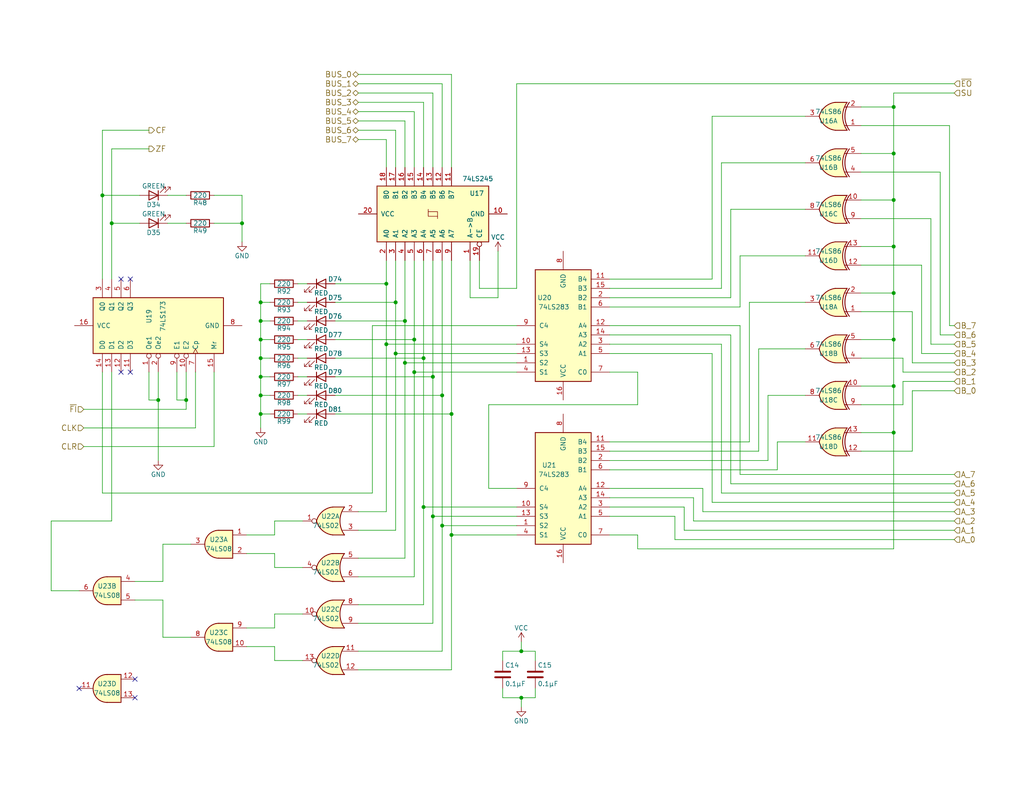
<source format=kicad_sch>
(kicad_sch (version 20211123) (generator eeschema)
  (paper "USLetter")
  (lib_symbols
    (symbol "74xx:74LS02" (pin_names (offset 1.016))
      (property "Reference" "U" (at 0 1.27 0))
      (property "Value" "74LS02" (at 0 -1.27 0))
      (symbol "74LS02_1_1"
        (pin output inverted (at 7.62 0 180) (length 3.81) (name "~") (number "1"))
        (pin input line (at -7.62 2.54 0) (length 4.318) (name "~") (number "2"))
        (pin input line (at -7.62 -2.54 0) (length 4.318) (name "~") (number "3"))
      )
      (symbol "74LS02_1_2"
        (pin output line (at 7.62 0 180) (length 3.81) (name "~") (number "1"))
        (pin input inverted (at -7.62 2.54 0) (length 3.81) (name "~") (number "2"))
        (pin input inverted (at -7.62 -2.54 0) (length 3.81) (name "~") (number "3"))
      )
      (symbol "74LS02_2_1"
        (pin output inverted (at 7.62 0 180) (length 3.81) (name "~") (number "4"))
        (pin input line (at -7.62 2.54 0) (length 4.318) (name "~") (number "5"))
        (pin input line (at -7.62 -2.54 0) (length 4.318) (name "~") (number "6"))
      )
      (symbol "74LS02_2_2"
        (pin output line (at 7.62 0 180) (length 3.81) (name "~") (number "4"))
        (pin input inverted (at -7.62 2.54 0) (length 3.81) (name "~") (number "5"))
        (pin input inverted (at -7.62 -2.54 0) (length 3.81) (name "~") (number "6"))
      )
      (symbol "74LS02_3_1"
        (pin output inverted (at 7.62 0 180) (length 3.81) (name "~") (number "10"))
        (pin input line (at -7.62 2.54 0) (length 4.318) (name "~") (number "8"))
        (pin input line (at -7.62 -2.54 0) (length 4.318) (name "~") (number "9"))
      )
      (symbol "74LS02_3_2"
        (pin output line (at 7.62 0 180) (length 3.81) (name "~") (number "10"))
        (pin input inverted (at -7.62 2.54 0) (length 3.81) (name "~") (number "8"))
        (pin input inverted (at -7.62 -2.54 0) (length 3.81) (name "~") (number "9"))
      )
      (symbol "74LS02_4_1"
        (pin input line (at -7.62 2.54 0) (length 4.318) (name "~") (number "11"))
        (pin input line (at -7.62 -2.54 0) (length 4.318) (name "~") (number "12"))
        (pin output inverted (at 7.62 0 180) (length 3.81) (name "~") (number "13"))
      )
      (symbol "74LS02_4_2"
        (pin input inverted (at -7.62 2.54 0) (length 3.81) (name "~") (number "11"))
        (pin input inverted (at -7.62 -2.54 0) (length 3.81) (name "~") (number "12"))
        (pin output line (at 7.62 0 180) (length 3.81) (name "~") (number "13"))
      )
      (symbol "74LS02_5_0"
        (pin power_in line (at 0 12.7 270) (length 5.08) (name "VCC") (number "14"))
        (pin power_in line (at 0 -12.7 90) (length 5.08) (name "GND") (number "7"))
      )
    )
    (symbol "74xx:74LS08" (pin_names (offset 1.016))
      (property "Reference" "U" (at 0 1.27 0))
      (property "Value" "74LS08" (at 0 -1.27 0))
      (symbol "74LS08_1_1"
        (pin input line (at -7.62 2.54 0) (length 3.81) (name "~") (number "1"))
        (pin input line (at -7.62 -2.54 0) (length 3.81) (name "~") (number "2"))
        (pin output line (at 7.62 0 180) (length 3.81) (name "~") (number "3"))
      )
      (symbol "74LS08_1_2"
        (pin input inverted (at -7.62 2.54 0) (length 4.318) (name "~") (number "1"))
        (pin input inverted (at -7.62 -2.54 0) (length 4.318) (name "~") (number "2"))
        (pin output inverted (at 7.62 0 180) (length 3.81) (name "~") (number "3"))
      )
      (symbol "74LS08_2_1"
        (pin input line (at -7.62 2.54 0) (length 3.81) (name "~") (number "4"))
        (pin input line (at -7.62 -2.54 0) (length 3.81) (name "~") (number "5"))
        (pin output line (at 7.62 0 180) (length 3.81) (name "~") (number "6"))
      )
      (symbol "74LS08_2_2"
        (pin input inverted (at -7.62 2.54 0) (length 4.318) (name "~") (number "4"))
        (pin input inverted (at -7.62 -2.54 0) (length 4.318) (name "~") (number "5"))
        (pin output inverted (at 7.62 0 180) (length 3.81) (name "~") (number "6"))
      )
      (symbol "74LS08_3_1"
        (pin input line (at -7.62 -2.54 0) (length 3.81) (name "~") (number "10"))
        (pin output line (at 7.62 0 180) (length 3.81) (name "~") (number "8"))
        (pin input line (at -7.62 2.54 0) (length 3.81) (name "~") (number "9"))
      )
      (symbol "74LS08_3_2"
        (pin input inverted (at -7.62 -2.54 0) (length 4.318) (name "~") (number "10"))
        (pin output inverted (at 7.62 0 180) (length 3.81) (name "~") (number "8"))
        (pin input inverted (at -7.62 2.54 0) (length 4.318) (name "~") (number "9"))
      )
      (symbol "74LS08_4_1"
        (pin output line (at 7.62 0 180) (length 3.81) (name "~") (number "11"))
        (pin input line (at -7.62 2.54 0) (length 3.81) (name "~") (number "12"))
        (pin input line (at -7.62 -2.54 0) (length 3.81) (name "~") (number "13"))
      )
      (symbol "74LS08_4_2"
        (pin output inverted (at 7.62 0 180) (length 3.81) (name "~") (number "11"))
        (pin input inverted (at -7.62 2.54 0) (length 4.318) (name "~") (number "12"))
        (pin input inverted (at -7.62 -2.54 0) (length 4.318) (name "~") (number "13"))
      )
      (symbol "74LS08_5_0"
        (pin power_in line (at 0 12.7 270) (length 5.08) (name "VCC") (number "14"))
        (pin power_in line (at 0 -12.7 90) (length 5.08) (name "GND") (number "7"))
      )
    )
    (symbol "74xx:74LS173" (pin_names (offset 1.016))
      (property "Reference" "U" (at -7.62 19.05 0))
      (property "Value" "74LS173" (at -7.62 -19.05 0))
      (symbol "74LS173_1_0"
        (pin input inverted (at -12.7 2.54 0) (length 5.08) (name "Oe1") (number "1"))
        (pin input inverted (at -12.7 -7.62 0) (length 5.08) (name "E2") (number "10"))
        (pin input line (at -12.7 7.62 0) (length 5.08) (name "D3") (number "11"))
        (pin input line (at -12.7 10.16 0) (length 5.08) (name "D2") (number "12"))
        (pin input line (at -12.7 12.7 0) (length 5.08) (name "D1") (number "13"))
        (pin input line (at -12.7 15.24 0) (length 5.08) (name "D0") (number "14"))
        (pin input line (at -12.7 -15.24 0) (length 5.08) (name "Mr") (number "15"))
        (pin power_in line (at 0 22.86 270) (length 5.08) (name "VCC") (number "16"))
        (pin input inverted (at -12.7 0 0) (length 5.08) (name "Oe2") (number "2"))
        (pin tri_state line (at 12.7 15.24 180) (length 5.08) (name "Q0") (number "3"))
        (pin tri_state line (at 12.7 12.7 180) (length 5.08) (name "Q1") (number "4"))
        (pin tri_state line (at 12.7 10.16 180) (length 5.08) (name "Q2") (number "5"))
        (pin tri_state line (at 12.7 7.62 180) (length 5.08) (name "Q3") (number "6"))
        (pin input clock (at -12.7 -10.16 0) (length 5.08) (name "Cp") (number "7"))
        (pin power_in line (at 0 -22.86 90) (length 5.08) (name "GND") (number "8"))
        (pin input inverted (at -12.7 -5.08 0) (length 5.08) (name "E1") (number "9"))
      )
    )
    (symbol "74xx:74LS245" (pin_names (offset 1.016))
      (property "Reference" "U" (at -7.62 16.51 0))
      (property "Value" "74LS245" (at -7.62 -16.51 0))
      (symbol "74LS245_1_0"
        (pin input line (at -12.7 -10.16 0) (length 5.08) (name "A->B") (number "1"))
        (pin power_in line (at 0 -20.32 90) (length 5.08) (name "GND") (number "10"))
        (pin tri_state line (at 12.7 -5.08 180) (length 5.08) (name "B7") (number "11"))
        (pin tri_state line (at 12.7 -2.54 180) (length 5.08) (name "B6") (number "12"))
        (pin tri_state line (at 12.7 0 180) (length 5.08) (name "B5") (number "13"))
        (pin tri_state line (at 12.7 2.54 180) (length 5.08) (name "B4") (number "14"))
        (pin tri_state line (at 12.7 5.08 180) (length 5.08) (name "B3") (number "15"))
        (pin tri_state line (at 12.7 7.62 180) (length 5.08) (name "B2") (number "16"))
        (pin tri_state line (at 12.7 10.16 180) (length 5.08) (name "B1") (number "17"))
        (pin tri_state line (at 12.7 12.7 180) (length 5.08) (name "B0") (number "18"))
        (pin input inverted (at -12.7 -12.7 0) (length 5.08) (name "CE") (number "19"))
        (pin tri_state line (at -12.7 12.7 0) (length 5.08) (name "A0") (number "2"))
        (pin power_in line (at 0 20.32 270) (length 5.08) (name "VCC") (number "20"))
        (pin tri_state line (at -12.7 10.16 0) (length 5.08) (name "A1") (number "3"))
        (pin tri_state line (at -12.7 7.62 0) (length 5.08) (name "A2") (number "4"))
        (pin tri_state line (at -12.7 5.08 0) (length 5.08) (name "A3") (number "5"))
        (pin tri_state line (at -12.7 2.54 0) (length 5.08) (name "A4") (number "6"))
        (pin tri_state line (at -12.7 0 0) (length 5.08) (name "A5") (number "7"))
        (pin tri_state line (at -12.7 -2.54 0) (length 5.08) (name "A6") (number "8"))
        (pin tri_state line (at -12.7 -5.08 0) (length 5.08) (name "A7") (number "9"))
      )
    )
    (symbol "74xx:74LS283" (pin_names (offset 1.016))
      (property "Reference" "U" (at -7.62 16.51 0))
      (property "Value" "74LS283" (at -7.62 -16.51 0))
      (symbol "74LS283_1_0"
        (pin output line (at 12.7 10.16 180) (length 5.08) (name "S2") (number "1"))
        (pin output line (at 12.7 5.08 180) (length 5.08) (name "S4") (number "10"))
        (pin input line (at -12.7 -12.7 0) (length 5.08) (name "B4") (number "11"))
        (pin input line (at -12.7 0 0) (length 5.08) (name "A4") (number "12"))
        (pin output line (at 12.7 7.62 180) (length 5.08) (name "S3") (number "13"))
        (pin input line (at -12.7 2.54 0) (length 5.08) (name "A3") (number "14"))
        (pin input line (at -12.7 -10.16 0) (length 5.08) (name "B3") (number "15"))
        (pin power_in line (at 0 20.32 270) (length 5.08) (name "VCC") (number "16"))
        (pin input line (at -12.7 -7.62 0) (length 5.08) (name "B2") (number "2"))
        (pin input line (at -12.7 5.08 0) (length 5.08) (name "A2") (number "3"))
        (pin output line (at 12.7 12.7 180) (length 5.08) (name "S1") (number "4"))
        (pin input line (at -12.7 7.62 0) (length 5.08) (name "A1") (number "5"))
        (pin input line (at -12.7 -5.08 0) (length 5.08) (name "B1") (number "6"))
        (pin input line (at -12.7 12.7 0) (length 5.08) (name "C0") (number "7"))
        (pin power_in line (at 0 -20.32 90) (length 5.08) (name "GND") (number "8"))
        (pin output line (at 12.7 0 180) (length 5.08) (name "C4") (number "9"))
      )
    )
    (symbol "74xx:74LS86" (pin_names (offset 1.016))
      (property "Reference" "U" (at 0 1.27 0))
      (property "Value" "74LS86" (at 0 -1.27 0))
      (symbol "74LS86_1_0"
        (pin input line (at -7.62 2.54 0) (length 4.445) (name "~") (number "1"))
        (pin input line (at -7.62 -2.54 0) (length 4.445) (name "~") (number "2"))
        (pin output line (at 7.62 0 180) (length 3.81) (name "~") (number "3"))
      )
      (symbol "74LS86_2_0"
        (pin input line (at -7.62 2.54 0) (length 4.445) (name "~") (number "4"))
        (pin input line (at -7.62 -2.54 0) (length 4.445) (name "~") (number "5"))
        (pin output line (at 7.62 0 180) (length 3.81) (name "~") (number "6"))
      )
      (symbol "74LS86_3_0"
        (pin input line (at -7.62 -2.54 0) (length 4.445) (name "~") (number "10"))
        (pin output line (at 7.62 0 180) (length 3.81) (name "~") (number "8"))
        (pin input line (at -7.62 2.54 0) (length 4.445) (name "~") (number "9"))
      )
      (symbol "74LS86_4_0"
        (pin output line (at 7.62 0 180) (length 3.81) (name "~") (number "11"))
        (pin input line (at -7.62 2.54 0) (length 4.445) (name "~") (number "12"))
        (pin input line (at -7.62 -2.54 0) (length 4.445) (name "~") (number "13"))
      )
      (symbol "74LS86_5_0"
        (pin power_in line (at 0 12.7 270) (length 5.08) (name "VCC") (number "14"))
        (pin power_in line (at 0 -12.7 90) (length 5.08) (name "GND") (number "7"))
      )
    )
    (symbol "Device:C" (pin_numbers hide) (pin_names (offset 0.254))
      (property "Reference" "C" (at 0.635 2.54 0))
      (property "Value" "C" (at 0.635 -2.54 0))
      (symbol "C_1_1"
        (pin passive line (at 0 3.81 270) (length 2.794) (name "~") (number "1"))
        (pin passive line (at 0 -3.81 90) (length 2.794) (name "~") (number "2"))
      )
    )
    (symbol "Device:LED" (pin_numbers hide) (pin_names (offset 1.016) hide)
      (property "Reference" "D" (at 0 2.54 0))
      (property "Value" "LED" (at 0 -2.54 0))
      (symbol "LED_1_1"
        (pin passive line (at -3.81 0 0) (length 2.54) (name "K") (number "1"))
        (pin passive line (at 3.81 0 180) (length 2.54) (name "A") (number "2"))
      )
    )
    (symbol "Device:R" (pin_numbers hide) (pin_names (offset 0))
      (property "Reference" "R" (at 2.032 0 90))
      (property "Value" "R" (at 0 0 90))
      (symbol "R_1_1"
        (pin passive line (at 0 3.81 270) (length 1.27) (name "~") (number "1"))
        (pin passive line (at 0 -3.81 90) (length 1.27) (name "~") (number "2"))
      )
    )
    (symbol "power:GND" (power) (pin_names (offset 0))
      (property "Value" "GND" (at 0 -3.81 0))
      (symbol "GND_1_1"
        (pin power_in line (at 0 0 270) (length 0) hide (name "GND") (number "1"))
      )
    )
    (symbol "power:VCC" (power) (pin_names (offset 0))
      (property "Value" "VCC" (at 0 3.81 0))
      (symbol "VCC_1_1"
        (pin power_in line (at 0 0 90) (length 0) hide (name "VCC") (number "1"))
      )
    )
  )
  (junction (at 107.95 96.52))
  (junction (at 30.48 60.96))
  (junction (at 71.12 97.79))
  (junction (at 71.12 92.71))
  (junction (at 120.65 143.51))
  (junction (at 123.19 113.03))
  (junction (at 120.65 107.95))
  (junction (at 243.84 105.41))
  (junction (at 243.84 41.91))
  (junction (at 142.24 190.5))
  (junction (at 243.84 67.31))
  (junction (at 27.94 53.34))
  (junction (at 243.84 80.01))
  (junction (at 105.41 77.47))
  (junction (at 142.24 177.8))
  (junction (at 71.12 82.55))
  (junction (at 243.84 92.71))
  (junction (at 71.12 87.63))
  (junction (at 110.49 87.63))
  (junction (at 71.12 113.03))
  (junction (at 115.57 138.43))
  (junction (at 107.95 82.55))
  (junction (at 43.18 109.22))
  (junction (at 115.57 97.79))
  (junction (at 243.84 54.61))
  (junction (at 66.04 60.96))
  (junction (at 113.03 101.6))
  (junction (at 118.11 140.97))
  (junction (at 110.49 99.06))
  (junction (at 71.12 107.95))
  (junction (at 50.8 109.22))
  (junction (at 243.84 29.21))
  (junction (at 105.41 93.98))
  (junction (at 243.84 118.11))
  (junction (at 118.11 102.87))
  (junction (at 113.03 92.71))
  (junction (at 123.19 146.05))
  (junction (at 71.12 102.87))
  (no_connect (at 33.02 76.2))
  (no_connect (at 35.56 76.2))
  (no_connect (at 33.02 101.6))
  (no_connect (at 21.59 187.96))
  (no_connect (at 36.83 185.42))
  (no_connect (at 35.56 101.6))
  (no_connect (at 36.83 190.5))
  (wire (pts (xy 246.38 101.6) (xy 260.35 101.6)))
  (wire (pts (xy 101.6 88.9) (xy 140.97 88.9)))
  (wire (pts (xy 74.93 142.24) (xy 74.93 146.05)))
  (wire (pts (xy 120.65 71.12) (xy 120.65 107.95)))
  (wire (pts (xy 30.48 40.64) (xy 40.64 40.64)))
  (wire (pts (xy 67.31 146.05) (xy 74.93 146.05)))
  (wire (pts (xy 189.23 135.89) (xy 189.23 142.24)))
  (wire (pts (xy 184.15 140.97) (xy 184.15 147.32)))
  (wire (pts (xy 105.41 93.98) (xy 105.41 139.7)))
  (wire (pts (xy 81.28 77.47) (xy 83.82 77.47)))
  (wire (pts (xy 166.37 123.19) (xy 207.01 123.19)))
  (wire (pts (xy 209.55 107.95) (xy 219.71 107.95)))
  (wire (pts (xy 105.41 77.47) (xy 105.41 93.98)))
  (wire (pts (xy 166.37 88.9) (xy 201.93 88.9)))
  (wire (pts (xy 243.84 67.31) (xy 243.84 80.01)))
  (wire (pts (xy 44.45 173.99) (xy 44.45 163.83)))
  (wire (pts (xy 113.03 101.6) (xy 140.97 101.6)))
  (wire (pts (xy 142.24 175.26) (xy 142.24 177.8)))
  (wire (pts (xy 44.45 173.99) (xy 52.07 173.99)))
  (wire (pts (xy 40.64 109.22) (xy 43.18 109.22)))
  (wire (pts (xy 133.35 133.35) (xy 140.97 133.35)))
  (wire (pts (xy 91.44 113.03) (xy 123.19 113.03)))
  (wire (pts (xy 196.85 93.98) (xy 196.85 134.62)))
  (wire (pts (xy 97.79 170.18) (xy 118.11 170.18)))
  (wire (pts (xy 137.16 180.34) (xy 137.16 177.8)))
  (wire (pts (xy 97.79 165.1) (xy 115.57 165.1)))
  (wire (pts (xy 27.94 53.34) (xy 27.94 76.2)))
  (wire (pts (xy 243.84 118.11) (xy 243.84 149.86)))
  (wire (pts (xy 199.39 57.15) (xy 219.71 57.15)))
  (wire (pts (xy 22.86 121.92) (xy 58.42 121.92)))
  (wire (pts (xy 38.1 60.96) (xy 30.48 60.96)))
  (wire (pts (xy 254 93.98) (xy 260.35 93.98)))
  (wire (pts (xy 166.37 96.52) (xy 194.31 96.52)))
  (wire (pts (xy 44.45 148.59) (xy 44.45 158.75)))
  (wire (pts (xy 74.93 154.94) (xy 82.55 154.94)))
  (wire (pts (xy 73.66 113.03) (xy 71.12 113.03)))
  (wire (pts (xy 133.35 110.49) (xy 173.99 110.49)))
  (wire (pts (xy 97.79 177.8) (xy 120.65 177.8)))
  (wire (pts (xy 234.95 46.99) (xy 256.54 46.99)))
  (wire (pts (xy 201.93 69.85) (xy 219.71 69.85)))
  (wire (pts (xy 212.09 128.27) (xy 212.09 120.65)))
  (wire (pts (xy 50.8 101.6) (xy 50.8 109.22)))
  (wire (pts (xy 22.86 111.76) (xy 50.8 111.76)))
  (wire (pts (xy 234.95 54.61) (xy 243.84 54.61)))
  (wire (pts (xy 243.84 25.4) (xy 243.84 29.21)))
  (wire (pts (xy 118.11 25.4) (xy 118.11 45.72)))
  (wire (pts (xy 254 59.69) (xy 254 93.98)))
  (wire (pts (xy 135.89 81.28) (xy 135.89 68.58)))
  (wire (pts (xy 166.37 140.97) (xy 184.15 140.97)))
  (wire (pts (xy 97.79 20.32) (xy 123.19 20.32)))
  (wire (pts (xy 50.8 111.76) (xy 50.8 109.22)))
  (wire (pts (xy 199.39 91.44) (xy 199.39 132.08)))
  (wire (pts (xy 74.93 167.64) (xy 82.55 167.64)))
  (wire (pts (xy 234.95 29.21) (xy 243.84 29.21)))
  (wire (pts (xy 123.19 71.12) (xy 123.19 113.03)))
  (wire (pts (xy 71.12 97.79) (xy 71.12 92.71)))
  (wire (pts (xy 118.11 102.87) (xy 118.11 140.97)))
  (wire (pts (xy 74.93 176.53) (xy 74.93 180.34)))
  (wire (pts (xy 110.49 99.06) (xy 140.97 99.06)))
  (wire (pts (xy 97.79 157.48) (xy 113.03 157.48)))
  (wire (pts (xy 137.16 190.5) (xy 142.24 190.5)))
  (wire (pts (xy 166.37 76.2) (xy 194.31 76.2)))
  (wire (pts (xy 194.31 76.2) (xy 194.31 31.75)))
  (wire (pts (xy 81.28 92.71) (xy 83.82 92.71)))
  (wire (pts (xy 81.28 82.55) (xy 83.82 82.55)))
  (wire (pts (xy 22.86 116.84) (xy 53.34 116.84)))
  (wire (pts (xy 191.77 133.35) (xy 191.77 139.7)))
  (wire (pts (xy 101.6 134.62) (xy 27.94 134.62)))
  (wire (pts (xy 142.24 190.5) (xy 142.24 193.04)))
  (wire (pts (xy 113.03 101.6) (xy 113.03 157.48)))
  (wire (pts (xy 97.79 22.86) (xy 120.65 22.86)))
  (wire (pts (xy 234.95 34.29) (xy 259.08 34.29)))
  (wire (pts (xy 133.35 133.35) (xy 133.35 110.49)))
  (wire (pts (xy 91.44 82.55) (xy 107.95 82.55)))
  (wire (pts (xy 123.19 20.32) (xy 123.19 45.72)))
  (wire (pts (xy 194.31 96.52) (xy 194.31 137.16)))
  (wire (pts (xy 58.42 101.6) (xy 58.42 121.92)))
  (wire (pts (xy 91.44 77.47) (xy 105.41 77.47)))
  (wire (pts (xy 110.49 87.63) (xy 110.49 99.06)))
  (wire (pts (xy 50.8 60.96) (xy 45.72 60.96)))
  (wire (pts (xy 260.35 22.86) (xy 140.97 22.86)))
  (wire (pts (xy 123.19 113.03) (xy 123.19 146.05)))
  (wire (pts (xy 27.94 101.6) (xy 27.94 134.62)))
  (wire (pts (xy 234.95 72.39) (xy 251.46 72.39)))
  (wire (pts (xy 199.39 81.28) (xy 199.39 57.15)))
  (wire (pts (xy 97.79 25.4) (xy 118.11 25.4)))
  (wire (pts (xy 166.37 135.89) (xy 189.23 135.89)))
  (wire (pts (xy 234.95 123.19) (xy 248.92 123.19)))
  (wire (pts (xy 166.37 133.35) (xy 191.77 133.35)))
  (wire (pts (xy 71.12 92.71) (xy 71.12 87.63)))
  (wire (pts (xy 38.1 53.34) (xy 27.94 53.34)))
  (wire (pts (xy 74.93 142.24) (xy 82.55 142.24)))
  (wire (pts (xy 140.97 22.86) (xy 140.97 78.74)))
  (wire (pts (xy 246.38 104.14) (xy 260.35 104.14)))
  (wire (pts (xy 113.03 92.71) (xy 113.03 101.6)))
  (wire (pts (xy 73.66 107.95) (xy 71.12 107.95)))
  (wire (pts (xy 212.09 120.65) (xy 219.71 120.65)))
  (wire (pts (xy 13.97 161.29) (xy 13.97 142.24)))
  (wire (pts (xy 81.28 87.63) (xy 83.82 87.63)))
  (wire (pts (xy 207.01 95.25) (xy 219.71 95.25)))
  (wire (pts (xy 259.08 88.9) (xy 260.35 88.9)))
  (wire (pts (xy 248.92 106.68) (xy 248.92 123.19)))
  (wire (pts (xy 204.47 120.65) (xy 204.47 82.55)))
  (wire (pts (xy 43.18 109.22) (xy 43.18 125.73)))
  (wire (pts (xy 91.44 87.63) (xy 110.49 87.63)))
  (wire (pts (xy 243.84 25.4) (xy 260.35 25.4)))
  (wire (pts (xy 101.6 88.9) (xy 101.6 134.62)))
  (wire (pts (xy 81.28 102.87) (xy 83.82 102.87)))
  (wire (pts (xy 207.01 123.19) (xy 207.01 95.25)))
  (wire (pts (xy 44.45 148.59) (xy 52.07 148.59)))
  (wire (pts (xy 71.12 102.87) (xy 71.12 97.79)))
  (wire (pts (xy 243.84 80.01) (xy 243.84 92.71)))
  (wire (pts (xy 74.93 151.13) (xy 74.93 154.94)))
  (wire (pts (xy 234.95 92.71) (xy 243.84 92.71)))
  (wire (pts (xy 243.84 29.21) (xy 243.84 41.91)))
  (wire (pts (xy 166.37 125.73) (xy 209.55 125.73)))
  (wire (pts (xy 189.23 142.24) (xy 260.35 142.24)))
  (wire (pts (xy 40.64 35.56) (xy 27.94 35.56)))
  (wire (pts (xy 196.85 134.62) (xy 260.35 134.62)))
  (wire (pts (xy 234.95 41.91) (xy 243.84 41.91)))
  (wire (pts (xy 67.31 176.53) (xy 74.93 176.53)))
  (wire (pts (xy 66.04 53.34) (xy 66.04 60.96)))
  (wire (pts (xy 243.84 41.91) (xy 243.84 54.61)))
  (wire (pts (xy 107.95 96.52) (xy 140.97 96.52)))
  (wire (pts (xy 146.05 190.5) (xy 146.05 187.96)))
  (wire (pts (xy 130.81 78.74) (xy 140.97 78.74)))
  (wire (pts (xy 73.66 87.63) (xy 71.12 87.63)))
  (wire (pts (xy 243.84 92.71) (xy 243.84 105.41)))
  (wire (pts (xy 91.44 107.95) (xy 120.65 107.95)))
  (wire (pts (xy 166.37 128.27) (xy 212.09 128.27)))
  (wire (pts (xy 201.93 129.54) (xy 260.35 129.54)))
  (wire (pts (xy 110.49 33.02) (xy 110.49 45.72)))
  (wire (pts (xy 166.37 81.28) (xy 199.39 81.28)))
  (wire (pts (xy 97.79 35.56) (xy 107.95 35.56)))
  (wire (pts (xy 123.19 146.05) (xy 123.19 182.88)))
  (wire (pts (xy 107.95 71.12) (xy 107.95 82.55)))
  (wire (pts (xy 71.12 87.63) (xy 71.12 82.55)))
  (wire (pts (xy 173.99 110.49) (xy 173.99 101.6)))
  (wire (pts (xy 199.39 132.08) (xy 260.35 132.08)))
  (wire (pts (xy 97.79 30.48) (xy 113.03 30.48)))
  (wire (pts (xy 256.54 46.99) (xy 256.54 91.44)))
  (wire (pts (xy 81.28 113.03) (xy 83.82 113.03)))
  (wire (pts (xy 71.12 116.84) (xy 71.12 113.03)))
  (wire (pts (xy 91.44 102.87) (xy 118.11 102.87)))
  (wire (pts (xy 137.16 177.8) (xy 142.24 177.8)))
  (wire (pts (xy 142.24 190.5) (xy 146.05 190.5)))
  (wire (pts (xy 115.57 27.94) (xy 115.57 45.72)))
  (wire (pts (xy 234.95 105.41) (xy 243.84 105.41)))
  (wire (pts (xy 243.84 149.86) (xy 173.99 149.86)))
  (wire (pts (xy 204.47 82.55) (xy 219.71 82.55)))
  (wire (pts (xy 243.84 105.41) (xy 243.84 118.11)))
  (wire (pts (xy 196.85 78.74) (xy 196.85 44.45)))
  (wire (pts (xy 74.93 167.64) (xy 74.93 171.45)))
  (wire (pts (xy 97.79 144.78) (xy 107.95 144.78)))
  (wire (pts (xy 251.46 96.52) (xy 260.35 96.52)))
  (wire (pts (xy 58.42 53.34) (xy 66.04 53.34)))
  (wire (pts (xy 110.49 99.06) (xy 110.49 152.4)))
  (wire (pts (xy 67.31 171.45) (xy 74.93 171.45)))
  (wire (pts (xy 105.41 71.12) (xy 105.41 77.47)))
  (wire (pts (xy 115.57 138.43) (xy 140.97 138.43)))
  (wire (pts (xy 251.46 72.39) (xy 251.46 96.52)))
  (wire (pts (xy 120.65 143.51) (xy 120.65 177.8)))
  (wire (pts (xy 128.27 71.12) (xy 128.27 81.28)))
  (wire (pts (xy 209.55 125.73) (xy 209.55 107.95)))
  (wire (pts (xy 166.37 101.6) (xy 173.99 101.6)))
  (wire (pts (xy 120.65 107.95) (xy 120.65 143.51)))
  (wire (pts (xy 40.64 101.6) (xy 40.64 109.22)))
  (wire (pts (xy 97.79 139.7) (xy 105.41 139.7)))
  (wire (pts (xy 97.79 182.88) (xy 123.19 182.88)))
  (wire (pts (xy 166.37 83.82) (xy 201.93 83.82)))
  (wire (pts (xy 13.97 142.24) (xy 30.48 142.24)))
  (wire (pts (xy 36.83 163.83) (xy 44.45 163.83)))
  (wire (pts (xy 201.93 83.82) (xy 201.93 69.85)))
  (wire (pts (xy 27.94 35.56) (xy 27.94 53.34)))
  (wire (pts (xy 71.12 77.47) (xy 73.66 77.47)))
  (wire (pts (xy 71.12 92.71) (xy 73.66 92.71)))
  (wire (pts (xy 191.77 139.7) (xy 260.35 139.7)))
  (wire (pts (xy 194.31 31.75) (xy 219.71 31.75)))
  (wire (pts (xy 234.95 80.01) (xy 243.84 80.01)))
  (wire (pts (xy 71.12 82.55) (xy 73.66 82.55)))
  (wire (pts (xy 74.93 180.34) (xy 82.55 180.34)))
  (wire (pts (xy 71.12 82.55) (xy 71.12 77.47)))
  (wire (pts (xy 113.03 71.12) (xy 113.03 92.71)))
  (wire (pts (xy 30.48 60.96) (xy 30.48 76.2)))
  (wire (pts (xy 115.57 138.43) (xy 115.57 165.1)))
  (wire (pts (xy 71.12 107.95) (xy 71.12 102.87)))
  (wire (pts (xy 115.57 71.12) (xy 115.57 97.79)))
  (wire (pts (xy 184.15 147.32) (xy 260.35 147.32)))
  (wire (pts (xy 256.54 91.44) (xy 260.35 91.44)))
  (wire (pts (xy 234.95 67.31) (xy 243.84 67.31)))
  (wire (pts (xy 137.16 187.96) (xy 137.16 190.5)))
  (wire (pts (xy 234.95 110.49) (xy 246.38 110.49)))
  (wire (pts (xy 66.04 60.96) (xy 66.04 66.04)))
  (wire (pts (xy 118.11 140.97) (xy 118.11 170.18)))
  (wire (pts (xy 234.95 59.69) (xy 254 59.69)))
  (wire (pts (xy 246.38 110.49) (xy 246.38 104.14)))
  (wire (pts (xy 173.99 149.86) (xy 173.99 146.05)))
  (wire (pts (xy 128.27 81.28) (xy 135.89 81.28)))
  (wire (pts (xy 107.95 35.56) (xy 107.95 45.72)))
  (wire (pts (xy 53.34 101.6) (xy 53.34 116.84)))
  (wire (pts (xy 45.72 53.34) (xy 50.8 53.34)))
  (wire (pts (xy 234.95 85.09) (xy 248.92 85.09)))
  (wire (pts (xy 107.95 82.55) (xy 107.95 96.52)))
  (wire (pts (xy 166.37 78.74) (xy 196.85 78.74)))
  (wire (pts (xy 97.79 27.94) (xy 115.57 27.94)))
  (wire (pts (xy 130.81 71.12) (xy 130.81 78.74)))
  (wire (pts (xy 107.95 96.52) (xy 107.95 144.78)))
  (wire (pts (xy 115.57 97.79) (xy 115.57 138.43)))
  (wire (pts (xy 194.31 137.16) (xy 260.35 137.16)))
  (wire (pts (xy 234.95 118.11) (xy 243.84 118.11)))
  (wire (pts (xy 13.97 161.29) (xy 21.59 161.29)))
  (wire (pts (xy 166.37 138.43) (xy 186.69 138.43)))
  (wire (pts (xy 105.41 93.98) (xy 140.97 93.98)))
  (wire (pts (xy 67.31 151.13) (xy 74.93 151.13)))
  (wire (pts (xy 166.37 91.44) (xy 199.39 91.44)))
  (wire (pts (xy 243.84 54.61) (xy 243.84 67.31)))
  (wire (pts (xy 97.79 152.4) (xy 110.49 152.4)))
  (wire (pts (xy 30.48 40.64) (xy 30.48 60.96)))
  (wire (pts (xy 48.26 109.22) (xy 50.8 109.22)))
  (wire (pts (xy 166.37 93.98) (xy 196.85 93.98)))
  (wire (pts (xy 30.48 101.6) (xy 30.48 142.24)))
  (wire (pts (xy 120.65 143.51) (xy 140.97 143.51)))
  (wire (pts (xy 91.44 97.79) (xy 115.57 97.79)))
  (wire (pts (xy 259.08 34.29) (xy 259.08 88.9)))
  (wire (pts (xy 118.11 71.12) (xy 118.11 102.87)))
  (wire (pts (xy 66.04 60.96) (xy 58.42 60.96)))
  (wire (pts (xy 201.93 88.9) (xy 201.93 129.54)))
  (wire (pts (xy 71.12 102.87) (xy 73.66 102.87)))
  (wire (pts (xy 248.92 99.06) (xy 260.35 99.06)))
  (wire (pts (xy 110.49 71.12) (xy 110.49 87.63)))
  (wire (pts (xy 166.37 120.65) (xy 204.47 120.65)))
  (wire (pts (xy 81.28 107.95) (xy 83.82 107.95)))
  (wire (pts (xy 36.83 158.75) (xy 44.45 158.75)))
  (wire (pts (xy 97.79 33.02) (xy 110.49 33.02)))
  (wire (pts (xy 43.18 101.6) (xy 43.18 109.22)))
  (wire (pts (xy 248.92 85.09) (xy 248.92 99.06)))
  (wire (pts (xy 120.65 22.86) (xy 120.65 45.72)))
  (wire (pts (xy 260.35 106.68) (xy 248.92 106.68)))
  (wire (pts (xy 246.38 97.79) (xy 246.38 101.6)))
  (wire (pts (xy 113.03 30.48) (xy 113.03 45.72)))
  (wire (pts (xy 142.24 177.8) (xy 146.05 177.8)))
  (wire (pts (xy 71.12 113.03) (xy 71.12 107.95)))
  (wire (pts (xy 186.69 138.43) (xy 186.69 144.78)))
  (wire (pts (xy 81.28 97.79) (xy 83.82 97.79)))
  (wire (pts (xy 123.19 146.05) (xy 140.97 146.05)))
  (wire (pts (xy 48.26 101.6) (xy 48.26 109.22)))
  (wire (pts (xy 91.44 92.71) (xy 113.03 92.71)))
  (wire (pts (xy 186.69 144.78) (xy 260.35 144.78)))
  (wire (pts (xy 105.41 38.1) (xy 105.41 45.72)))
  (wire (pts (xy 73.66 97.79) (xy 71.12 97.79)))
  (wire (pts (xy 97.79 38.1) (xy 105.41 38.1)))
  (wire (pts (xy 118.11 140.97) (xy 140.97 140.97)))
  (wire (pts (xy 234.95 97.79) (xy 246.38 97.79)))
  (wire (pts (xy 166.37 146.05) (xy 173.99 146.05)))
  (wire (pts (xy 146.05 177.8) (xy 146.05 180.34)))
  (wire (pts (xy 196.85 44.45) (xy 219.71 44.45)))
  (hierarchical_label "BUS_7" (shape tri_state) (at 97.79 38.1 180) (effects (font (size 1.524 1.524))))
  (hierarchical_label "~{EO}" (shape input) (at 260.35 22.86 0) (effects (font (size 1.524 1.524))))
  (hierarchical_label "A_5" (shape input) (at 260.35 134.62 0) (effects (font (size 1.524 1.524))))
  (hierarchical_label "A_1" (shape input) (at 260.35 144.78 0) (effects (font (size 1.524 1.524))))
  (hierarchical_label "B_7" (shape input) (at 260.35 88.9 0) (effects (font (size 1.524 1.524))))
  (hierarchical_label "A_0" (shape input) (at 260.35 147.32 0) (effects (font (size 1.524 1.524))))
  (hierarchical_label "BUS_0" (shape tri_state) (at 97.79 20.32 180) (effects (font (size 1.524 1.524))))
  (hierarchical_label "~{FI}" (shape input) (at 22.86 111.76 180) (effects (font (size 1.524 1.524))))
  (hierarchical_label "BUS_2" (shape tri_state) (at 97.79 25.4 180) (effects (font (size 1.524 1.524))))
  (hierarchical_label "A_7" (shape input) (at 260.35 129.54 0) (effects (font (size 1.524 1.524))))
  (hierarchical_label "CLR" (shape input) (at 22.86 121.92 180) (effects (font (size 1.524 1.524))))
  (hierarchical_label "B_1" (shape input) (at 260.35 104.14 0) (effects (font (size 1.524 1.524))))
  (hierarchical_label "SU" (shape input) (at 260.35 25.4 0) (effects (font (size 1.524 1.524))))
  (hierarchical_label "BUS_1" (shape tri_state) (at 97.79 22.86 180) (effects (font (size 1.524 1.524))))
  (hierarchical_label "B_5" (shape input) (at 260.35 93.98 0) (effects (font (size 1.524 1.524))))
  (hierarchical_label "A_4" (shape input) (at 260.35 137.16 0) (effects (font (size 1.524 1.524))))
  (hierarchical_label "BUS_5" (shape tri_state) (at 97.79 33.02 180) (effects (font (size 1.524 1.524))))
  (hierarchical_label "B_0" (shape input) (at 260.35 106.68 0) (effects (font (size 1.524 1.524))))
  (hierarchical_label "A_2" (shape input) (at 260.35 142.24 0) (effects (font (size 1.524 1.524))))
  (hierarchical_label "A_6" (shape input) (at 260.35 132.08 0) (effects (font (size 1.524 1.524))))
  (hierarchical_label "BUS_3" (shape tri_state) (at 97.79 27.94 180) (effects (font (size 1.524 1.524))))
  (hierarchical_label "A_3" (shape input) (at 260.35 139.7 0) (effects (font (size 1.524 1.524))))
  (hierarchical_label "CLK" (shape input) (at 22.86 116.84 180) (effects (font (size 1.524 1.524))))
  (hierarchical_label "ZF" (shape output) (at 40.64 40.64 0) (effects (font (size 1.524 1.524))))
  (hierarchical_label "BUS_6" (shape tri_state) (at 97.79 35.56 180) (effects (font (size 1.524 1.524))))
  (hierarchical_label "B_4" (shape input) (at 260.35 96.52 0) (effects (font (size 1.524 1.524))))
  (hierarchical_label "B_3" (shape input) (at 260.35 99.06 0) (effects (font (size 1.524 1.524))))
  (hierarchical_label "B_6" (shape input) (at 260.35 91.44 0) (effects (font (size 1.524 1.524))))
  (hierarchical_label "BUS_4" (shape tri_state) (at 97.79 30.48 180) (effects (font (size 1.524 1.524))))
  (hierarchical_label "B_2" (shape input) (at 260.35 101.6 0) (effects (font (size 1.524 1.524))))
  (hierarchical_label "CF" (shape output) (at 40.64 35.56 0) (effects (font (size 1.524 1.524))))
  (symbol (lib_id "74xx:74LS245") (at 118.11 58.42 90) (unit 1)
    (property "Reference" "U17" (at 132.08 52.07 90) (effects (justify left bottom)))
    (property "Value" "74LS245" (at 134.62 49.53 90) (effects (justify left top)))
    (property "Footprint" "Package_DIP:DIP-20_W7.62mm" (effects hide))
    (property "Datasheet" "http://www.ti.com/lit/gpn/sn74LS245" (effects hide))
  )
  (symbol (lib_id "74xx:74LS283") (at 153.67 88.9 180) (unit 1)
    (property "Reference" "U20" (at 148.59 81.28 0))
    (property "Value" "74LS283" (at 151.13 83.82 0))
    (property "Footprint" "Package_DIP:DIP-16_W7.62mm" (effects hide))
    (property "Datasheet" "http://www.ti.com/lit/gpn/sn74LS283" (effects hide))
  )
  (symbol (lib_id "74xx:74LS283") (at 153.67 133.35 180) (unit 1)
    (property "Reference" "U21" (at 149.86 127 0))
    (property "Value" "74LS283" (at 151.13 129.54 0))
    (property "Footprint" "Package_DIP:DIP-16_W7.62mm" (effects hide))
    (property "Datasheet" "http://www.ti.com/lit/gpn/sn74LS283" (effects hide))
  )
  (symbol (lib_id "74xx:74LS86") (at 227.33 107.95 180) (unit 3)
    (property "Reference" "U18" (at 226.06 109.22 0))
    (property "Value" "74LS86" (at 226.06 106.68 0))
    (property "Footprint" "Package_DIP:DIP-14_W7.62mm" (effects hide))
    (property "Datasheet" "74xx/74ls86.pdf" (effects hide))
  )
  (symbol (lib_id "74xx:74LS86") (at 227.33 120.65 180) (unit 4)
    (property "Reference" "U18" (at 226.06 121.92 0))
    (property "Value" "74LS86" (at 226.06 119.38 0))
    (property "Footprint" "Package_DIP:DIP-14_W7.62mm" (effects hide))
    (property "Datasheet" "74xx/74ls86.pdf" (effects hide))
  )
  (symbol (lib_id "74xx:74LS86") (at 227.33 82.55 180) (unit 1)
    (property "Reference" "U18" (at 226.06 83.82 0))
    (property "Value" "74LS86" (at 226.06 81.28 0))
    (property "Footprint" "Package_DIP:DIP-14_W7.62mm" (effects hide))
    (property "Datasheet" "74xx/74ls86.pdf" (effects hide))
  )
  (symbol (lib_id "74xx:74LS86") (at 227.33 95.25 180) (unit 2)
    (property "Reference" "U18" (at 226.06 96.52 0))
    (property "Value" "74LS86" (at 226.06 93.98 0))
    (property "Footprint" "Package_DIP:DIP-14_W7.62mm" (effects hide))
    (property "Datasheet" "74xx/74ls86.pdf" (effects hide))
  )
  (symbol (lib_id "74xx:74LS86") (at 227.33 57.15 180) (unit 3)
    (property "Reference" "U16" (at 226.06 58.42 0))
    (property "Value" "74LS86" (at 226.06 55.88 0))
    (property "Footprint" "Package_DIP:DIP-14_W7.62mm" (effects hide))
    (property "Datasheet" "74xx/74ls86.pdf" (effects hide))
  )
  (symbol (lib_id "74xx:74LS86") (at 227.33 69.85 180) (unit 4)
    (property "Reference" "U16" (at 226.06 71.12 0))
    (property "Value" "74LS86" (at 226.06 68.58 0))
    (property "Footprint" "Package_DIP:DIP-14_W7.62mm" (effects hide))
    (property "Datasheet" "74xx/74ls86.pdf" (effects hide))
  )
  (symbol (lib_id "74xx:74LS86") (at 227.33 31.75 180) (unit 1)
    (property "Reference" "U16" (at 226.06 33.02 0))
    (property "Value" "74LS86" (at 226.06 30.48 0))
    (property "Footprint" "Package_DIP:DIP-14_W7.62mm" (effects hide))
    (property "Datasheet" "74xx/74ls86.pdf" (effects hide))
  )
  (symbol (lib_id "74xx:74LS86") (at 227.33 44.45 180) (unit 2)
    (property "Reference" "U16" (at 226.06 45.72 0))
    (property "Value" "74LS86" (at 226.06 43.18 0))
    (property "Footprint" "Package_DIP:DIP-14_W7.62mm" (effects hide))
    (property "Datasheet" "74xx/74ls86.pdf" (effects hide))
  )
  (symbol (lib_id "power:VCC") (at 135.89 68.58 0) (unit 1)
    (property "Reference" "#PWR030" (effects hide))
    (property "Value" "VCC" (at 135.89 64.77 0))
  )
  (symbol (lib_id "74xx:74LS02") (at 90.17 142.24 0) (mirror y) (unit 1)
    (property "Reference" "U22" (at 90.17 140.97 0))
    (property "Value" "74LS02" (at 88.9 143.51 0))
    (property "Footprint" "Package_DIP:DIP-14_W7.62mm" (effects hide))
    (property "Datasheet" "http://www.ti.com/lit/gpn/sn74ls02" (effects hide))
  )
  (symbol (lib_id "74xx:74LS02") (at 90.17 154.94 0) (mirror y) (unit 2)
    (property "Reference" "U22" (at 90.17 153.67 0))
    (property "Value" "74LS02" (at 88.9 156.21 0))
    (property "Footprint" "Package_DIP:DIP-14_W7.62mm" (effects hide))
    (property "Datasheet" "http://www.ti.com/lit/gpn/sn74ls02" (effects hide))
  )
  (symbol (lib_id "74xx:74LS02") (at 90.17 167.64 0) (mirror y) (unit 3)
    (property "Reference" "U22" (at 90.17 166.37 0))
    (property "Value" "74LS02" (at 88.9 168.91 0))
    (property "Footprint" "Package_DIP:DIP-14_W7.62mm" (effects hide))
    (property "Datasheet" "http://www.ti.com/lit/gpn/sn74ls02" (effects hide))
  )
  (symbol (lib_id "74xx:74LS02") (at 90.17 180.34 0) (mirror y) (unit 4)
    (property "Reference" "U22" (at 90.17 179.07 0))
    (property "Value" "74LS02" (at 88.9 181.61 0))
    (property "Footprint" "Package_DIP:DIP-14_W7.62mm" (effects hide))
    (property "Datasheet" "http://www.ti.com/lit/gpn/sn74ls02" (effects hide))
  )
  (symbol (lib_id "74xx:74LS08") (at 59.69 148.59 0) (mirror y) (unit 1)
    (property "Reference" "U23" (at 59.69 147.32 0))
    (property "Value" "74LS08" (at 59.69 149.86 0))
    (property "Footprint" "Package_DIP:DIP-14_W7.62mm" (effects hide))
    (property "Datasheet" "http://www.ti.com/lit/gpn/sn74LS08" (effects hide))
  )
  (symbol (lib_id "74xx:74LS08") (at 29.21 187.96 0) (mirror y) (unit 4)
    (property "Reference" "U23" (at 29.21 186.69 0))
    (property "Value" "74LS08" (at 29.21 189.23 0))
    (property "Footprint" "Package_DIP:DIP-14_W7.62mm" (effects hide))
    (property "Datasheet" "http://www.ti.com/lit/gpn/sn74LS08" (effects hide))
  )
  (symbol (lib_id "74xx:74LS08") (at 29.21 161.29 0) (mirror y) (unit 2)
    (property "Reference" "U23" (at 29.21 160.02 0))
    (property "Value" "74LS08" (at 29.21 162.56 0))
    (property "Footprint" "Package_DIP:DIP-14_W7.62mm" (effects hide))
    (property "Datasheet" "http://www.ti.com/lit/gpn/sn74LS08" (effects hide))
  )
  (symbol (lib_id "74xx:74LS08") (at 59.69 173.99 0) (mirror y) (unit 3)
    (property "Reference" "U23" (at 59.69 172.72 0))
    (property "Value" "74LS08" (at 59.69 175.26 0))
    (property "Footprint" "Package_DIP:DIP-14_W7.62mm" (effects hide))
    (property "Datasheet" "http://www.ti.com/lit/gpn/sn74LS08" (effects hide))
  )
  (symbol (lib_id "74xx:74LS173") (at 43.18 88.9 90) (unit 1)
    (property "Reference" "U19" (at 40.64 86.36 0))
    (property "Value" "74LS173" (at 44.45 86.36 0))
    (property "Footprint" "Package_DIP:DIP-16_W7.62mm" (effects hide))
    (property "Datasheet" "http://www.ti.com/lit/gpn/sn74LS173" (effects hide))
  )
  (symbol (lib_id "power:GND") (at 43.18 125.73 0) (unit 1)
    (property "Reference" "#PWR031" (effects hide))
    (property "Value" "GND" (at 43.18 129.54 0))
  )
  (symbol (lib_id "Device:LED") (at 41.91 53.34 180) (unit 1)
    (property "Reference" "D34" (at 41.91 55.88 0))
    (property "Value" "GREEN" (at 41.91 50.8 0))
    (property "Footprint" "LED_THT:LED_D5.0mm" (effects hide))
  )
  (symbol (lib_id "Device:LED") (at 41.91 60.96 180) (unit 1)
    (property "Reference" "D35" (at 41.91 63.5 0))
    (property "Value" "GREEN" (at 41.91 58.42 0))
    (property "Footprint" "LED_THT:LED_D5.0mm" (effects hide))
  )
  (symbol (lib_id "Device:R") (at 54.61 53.34 270) (unit 1)
    (property "Reference" "R48" (at 54.61 55.372 90))
    (property "Value" "220" (at 54.61 53.34 90))
    (property "Footprint" "Resistor_THT:R_Axial_DIN0207_L6.3mm_D2.5mm_P7.62mm_Horizontal" (effects hide))
  )
  (symbol (lib_id "Device:R") (at 54.61 60.96 270) (unit 1)
    (property "Reference" "R49" (at 54.61 62.992 90))
    (property "Value" "220" (at 54.61 60.96 90))
    (property "Footprint" "Resistor_THT:R_Axial_DIN0207_L6.3mm_D2.5mm_P7.62mm_Horizontal" (effects hide))
  )
  (symbol (lib_id "power:GND") (at 66.04 66.04 0) (unit 1)
    (property "Reference" "#PWR032" (effects hide))
    (property "Value" "GND" (at 66.04 69.85 0))
  )
  (symbol (lib_id "Device:C") (at 137.16 184.15 0) (unit 1)
    (property "Reference" "C14" (at 137.795 181.61 0) (effects (justify left)))
    (property "Value" "0.1µF" (at 137.795 186.69 0) (effects (justify left)))
    (property "Footprint" "Capacitor_THT:C_Disc_D4.3mm_W1.9mm_P5.00mm" (effects hide))
  )
  (symbol (lib_id "power:VCC") (at 142.24 175.26 0) (unit 1)
    (property "Reference" "#PWR033" (effects hide))
    (property "Value" "VCC" (at 142.24 171.45 0))
  )
  (symbol (lib_id "power:GND") (at 142.24 193.04 0) (unit 1)
    (property "Reference" "#PWR034" (effects hide))
    (property "Value" "GND" (at 142.24 196.85 0))
  )
  (symbol (lib_id "Device:C") (at 146.05 184.15 0) (unit 1)
    (property "Reference" "C15" (at 146.685 181.61 0) (effects (justify left)))
    (property "Value" "0.1µF" (at 146.685 186.69 0) (effects (justify left)))
    (property "Footprint" "Capacitor_THT:C_Disc_D4.3mm_W1.9mm_P5.00mm" (effects hide))
  )
  (symbol (lib_id "Device:LED") (at 87.63 77.47 0) (unit 1)
    (property "Reference" "D74" (at 91.44 76.2 0))
    (property "Value" "RED" (at 87.63 80.01 0))
    (property "Footprint" "LED_THT:LED_D5.0mm" (effects hide))
  )
  (symbol (lib_id "Device:LED") (at 87.63 82.55 0) (unit 1)
    (property "Reference" "D75" (at 91.44 81.28 0))
    (property "Value" "RED" (at 87.63 85.09 0))
    (property "Footprint" "LED_THT:LED_D5.0mm" (effects hide))
  )
  (symbol (lib_id "Device:LED") (at 87.63 87.63 0) (unit 1)
    (property "Reference" "D76" (at 91.44 86.36 0))
    (property "Value" "RED" (at 87.63 90.17 0))
    (property "Footprint" "LED_THT:LED_D5.0mm" (effects hide))
  )
  (symbol (lib_id "Device:LED") (at 87.63 92.71 0) (unit 1)
    (property "Reference" "D77" (at 91.44 91.44 0))
    (property "Value" "RED" (at 87.63 95.25 0))
    (property "Footprint" "LED_THT:LED_D5.0mm" (effects hide))
  )
  (symbol (lib_id "Device:LED") (at 87.63 97.79 0) (unit 1)
    (property "Reference" "D78" (at 91.44 96.52 0))
    (property "Value" "RED" (at 87.63 100.33 0))
    (property "Footprint" "LED_THT:LED_D5.0mm" (effects hide))
  )
  (symbol (lib_id "Device:LED") (at 87.63 102.87 0) (unit 1)
    (property "Reference" "D79" (at 91.44 101.6 0))
    (property "Value" "RED" (at 87.63 105.41 0))
    (property "Footprint" "LED_THT:LED_D5.0mm" (effects hide))
  )
  (symbol (lib_id "Device:LED") (at 87.63 107.95 0) (unit 1)
    (property "Reference" "D80" (at 91.44 106.68 0))
    (property "Value" "RED" (at 87.63 110.49 0))
    (property "Footprint" "LED_THT:LED_D5.0mm" (effects hide))
  )
  (symbol (lib_id "Device:LED") (at 87.63 113.03 0) (unit 1)
    (property "Reference" "D81" (at 91.44 111.76 0))
    (property "Value" "RED" (at 87.63 115.57 0))
    (property "Footprint" "LED_THT:LED_D5.0mm" (effects hide))
  )
  (symbol (lib_id "Device:R") (at 77.47 77.47 270) (unit 1)
    (property "Reference" "R92" (at 77.47 79.502 90))
    (property "Value" "220" (at 77.47 77.47 90))
    (property "Footprint" "Resistor_THT:R_Axial_DIN0207_L6.3mm_D2.5mm_P7.62mm_Horizontal" (effects hide))
  )
  (symbol (lib_id "Device:R") (at 77.47 82.55 270) (unit 1)
    (property "Reference" "R93" (at 77.47 84.582 90))
    (property "Value" "220" (at 77.47 82.55 90))
    (property "Footprint" "Resistor_THT:R_Axial_DIN0207_L6.3mm_D2.5mm_P7.62mm_Horizontal" (effects hide))
  )
  (symbol (lib_id "Device:R") (at 77.47 87.63 270) (unit 1)
    (property "Reference" "R94" (at 77.47 89.662 90))
    (property "Value" "220" (at 77.47 87.63 90))
    (property "Footprint" "Resistor_THT:R_Axial_DIN0207_L6.3mm_D2.5mm_P7.62mm_Horizontal" (effects hide))
  )
  (symbol (lib_id "Device:R") (at 77.47 92.71 270) (unit 1)
    (property "Reference" "R95" (at 77.47 94.742 90))
    (property "Value" "220" (at 77.47 92.71 90))
    (property "Footprint" "Resistor_THT:R_Axial_DIN0207_L6.3mm_D2.5mm_P7.62mm_Horizontal" (effects hide))
  )
  (symbol (lib_id "Device:R") (at 77.47 97.79 270) (unit 1)
    (property "Reference" "R96" (at 77.47 99.822 90))
    (property "Value" "220" (at 77.47 97.79 90))
    (property "Footprint" "Resistor_THT:R_Axial_DIN0207_L6.3mm_D2.5mm_P7.62mm_Horizontal" (effects hide))
  )
  (symbol (lib_id "Device:R") (at 77.47 102.87 270) (unit 1)
    (property "Reference" "R97" (at 77.47 104.902 90))
    (property "Value" "220" (at 77.47 102.87 90))
    (property "Footprint" "Resistor_THT:R_Axial_DIN0207_L6.3mm_D2.5mm_P7.62mm_Horizontal" (effects hide))
  )
  (symbol (lib_id "Device:R") (at 77.47 107.95 270) (unit 1)
    (property "Reference" "R98" (at 77.47 109.982 90))
    (property "Value" "220" (at 77.47 107.95 90))
    (property "Footprint" "Resistor_THT:R_Axial_DIN0207_L6.3mm_D2.5mm_P7.62mm_Horizontal" (effects hide))
  )
  (symbol (lib_id "Device:R") (at 77.47 113.03 270) (unit 1)
    (property "Reference" "R99" (at 77.47 115.062 90))
    (property "Value" "220" (at 77.47 113.03 90))
    (property "Footprint" "Resistor_THT:R_Axial_DIN0207_L6.3mm_D2.5mm_P7.62mm_Horizontal" (effects hide))
  )
  (symbol (lib_id "power:GND") (at 71.12 116.84 0) (unit 1)
    (property "Reference" "#PWR035" (effects hide))
    (property "Value" "GND" (at 71.12 120.65 0))
  )
)
</source>
